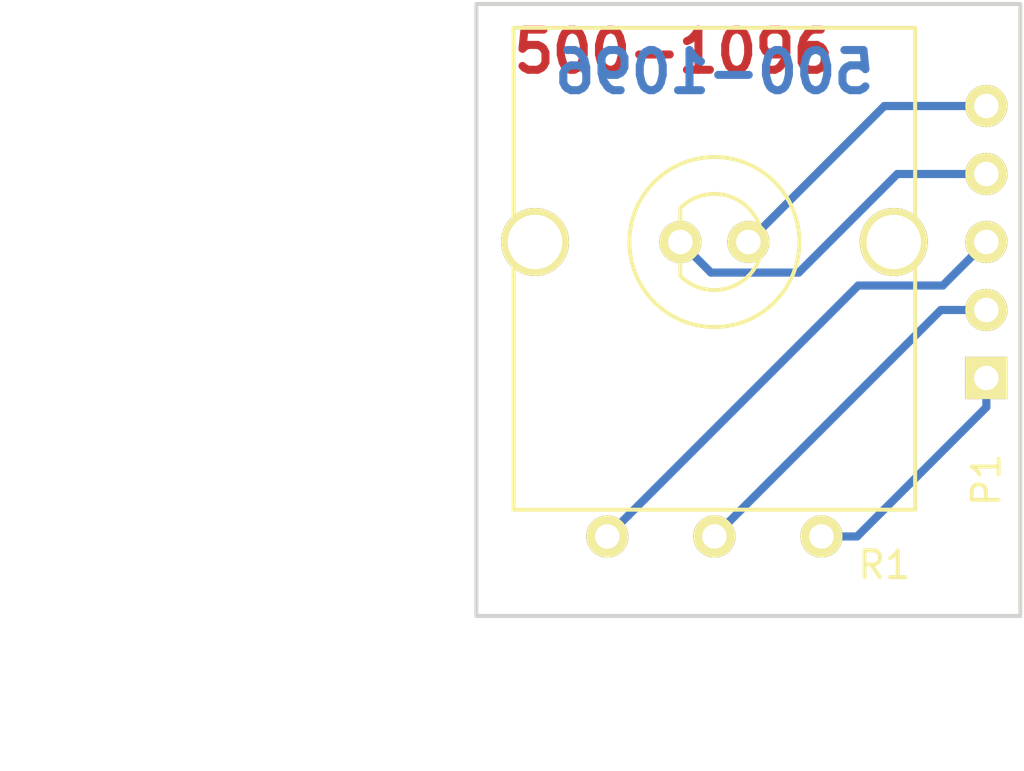
<source format=kicad_pcb>
(kicad_pcb (version 4) (host pcbnew "(2016-02-24 BZR 6585, Git 0829446)-product")

  (general
    (links 5)
    (no_connects 0)
    (area 130.124287 63.424999 167.715001 94.140001)
    (thickness 1.6)
    (drawings 8)
    (tracks 17)
    (zones 0)
    (modules 2)
    (nets 6)
  )

  (page A4)
  (layers
    (0 F.Cu signal)
    (31 B.Cu signal)
    (32 B.Adhes user)
    (33 F.Adhes user)
    (34 B.Paste user)
    (35 F.Paste user)
    (36 B.SilkS user)
    (37 F.SilkS user)
    (38 B.Mask user)
    (39 F.Mask user)
    (40 Dwgs.User user)
    (41 Cmts.User user)
    (42 Eco1.User user)
    (43 Eco2.User user)
    (44 Edge.Cuts user)
    (45 Margin user)
    (46 B.CrtYd user)
    (47 F.CrtYd user)
    (48 B.Fab user)
    (49 F.Fab user)
  )

  (setup
    (last_trace_width 0.3048)
    (trace_clearance 0.2032)
    (zone_clearance 0.508)
    (zone_45_only no)
    (trace_min 0.2)
    (segment_width 0.2)
    (edge_width 0.15)
    (via_size 0.6)
    (via_drill 0.4)
    (via_min_size 0.4)
    (via_min_drill 0.3)
    (uvia_size 0.3)
    (uvia_drill 0.1)
    (uvias_allowed no)
    (uvia_min_size 0.2)
    (uvia_min_drill 0.1)
    (pcb_text_width 0.3)
    (pcb_text_size 1.5 1.5)
    (mod_edge_width 0.15)
    (mod_text_size 1 1)
    (mod_text_width 0.15)
    (pad_size 1.524 1.524)
    (pad_drill 0.762)
    (pad_to_mask_clearance 0.2)
    (aux_axis_origin 0 0)
    (visible_elements 7FFFFFFF)
    (pcbplotparams
      (layerselection 0x010e0_ffffffff)
      (usegerberextensions false)
      (excludeedgelayer true)
      (linewidth 0.100000)
      (plotframeref false)
      (viasonmask false)
      (mode 1)
      (useauxorigin false)
      (hpglpennumber 1)
      (hpglpenspeed 20)
      (hpglpendiameter 15)
      (psnegative false)
      (psa4output false)
      (plotreference true)
      (plotvalue true)
      (plotinvisibletext false)
      (padsonsilk false)
      (subtractmaskfromsilk false)
      (outputformat 1)
      (mirror false)
      (drillshape 0)
      (scaleselection 1)
      (outputdirectory FabFiles/))
  )

  (net 0 "")
  (net 1 "Net-(P1-Pad1)")
  (net 2 "Net-(P1-Pad2)")
  (net 3 "Net-(P1-Pad3)")
  (net 4 "Net-(P1-Pad4)")
  (net 5 "Net-(P1-Pad5)")

  (net_class Default "This is the default net class."
    (clearance 0.2032)
    (trace_width 0.3048)
    (via_dia 0.6)
    (via_drill 0.4)
    (uvia_dia 0.3)
    (uvia_drill 0.1)
    (add_net "Net-(P1-Pad1)")
    (add_net "Net-(P1-Pad2)")
    (add_net "Net-(P1-Pad3)")
    (add_net "Net-(P1-Pad4)")
    (add_net "Net-(P1-Pad5)")
  )

  (module Footprints:Alpha14mmPotWithLED (layer F.Cu) (tedit 56E79767) (tstamp 56E7972C)
    (at 156.21 72.39)
    (path /56E78EF7)
    (fp_text reference R1 (at 6.35 12.065) (layer F.SilkS)
      (effects (font (size 1 1) (thickness 0.15)))
    )
    (fp_text value POT-ALPHA9mm-LedShaft (at 0 12.9) (layer F.SilkS) hide
      (effects (font (size 1 1) (thickness 0.15)))
    )
    (fp_arc (start 0 0) (end 1.27 1.27) (angle 90) (layer F.SilkS) (width 0.15))
    (fp_arc (start 0 0) (end 1.27 -1.27) (angle 90) (layer F.SilkS) (width 0.15))
    (fp_arc (start 0 0) (end -1.27 -1.27) (angle 90) (layer F.SilkS) (width 0.15))
    (fp_line (start -1.27 -1.27) (end -1.27 1.27) (layer F.SilkS) (width 0.15))
    (fp_circle (center 0 0) (end 3.175 0) (layer F.SilkS) (width 0.15))
    (fp_line (start -7.5 10) (end 7.5 10) (layer F.SilkS) (width 0.15))
    (fp_line (start 7.5 10) (end 7.5 -8) (layer F.SilkS) (width 0.15))
    (fp_line (start 7.5 -8) (end -7.5 -8) (layer F.SilkS) (width 0.15))
    (fp_line (start -7.5 -8) (end -7.5 10) (layer F.SilkS) (width 0.15))
    (pad "" thru_hole circle (at -6.7 0) (size 2.54 2.54) (drill 2.032) (layers *.Cu *.Mask F.SilkS))
    (pad "" thru_hole circle (at 6.7 0) (size 2.54 2.54) (drill 2.032) (layers *.Cu *.Mask F.SilkS))
    (pad 4 thru_hole circle (at -1.27 0) (size 1.5748 1.5748) (drill 0.9144) (layers *.Cu *.Mask F.SilkS)
      (net 4 "Net-(P1-Pad4)"))
    (pad 5 thru_hole circle (at 1.27 0) (size 1.5748 1.5748) (drill 0.9144) (layers *.Cu *.Mask F.SilkS)
      (net 5 "Net-(P1-Pad5)"))
    (pad 2 thru_hole circle (at 0 11) (size 1.5748 1.5748) (drill 0.9144) (layers *.Cu *.Mask F.SilkS)
      (net 2 "Net-(P1-Pad2)"))
    (pad 3 thru_hole circle (at 4 11) (size 1.5748 1.5748) (drill 0.9144) (layers *.Cu *.Mask F.SilkS)
      (net 1 "Net-(P1-Pad1)"))
    (pad 1 thru_hole circle (at -4 11) (size 1.5748 1.5748) (drill 0.9144) (layers *.Cu *.Mask F.SilkS)
      (net 3 "Net-(P1-Pad3)"))
  )

  (module Footprints:conn-5pin (layer F.Cu) (tedit 56E818DB) (tstamp 56E79718)
    (at 166.37 72.39 90)
    (path /56E792C9)
    (fp_text reference P1 (at -8.89 0 90) (layer F.SilkS)
      (effects (font (size 1 1) (thickness 0.15)))
    )
    (fp_text value Alpha9mmPotRAtoVert (at 0 -2.54 90) (layer F.SilkS) hide
      (effects (font (size 1 1) (thickness 0.15)))
    )
    (pad 1 thru_hole rect (at -5.08 0 90) (size 1.5748 1.5748) (drill 0.9144) (layers *.Cu *.Mask F.SilkS)
      (net 1 "Net-(P1-Pad1)"))
    (pad 2 thru_hole circle (at -2.54 0 90) (size 1.5748 1.5748) (drill 0.9144) (layers *.Cu *.Mask F.SilkS)
      (net 2 "Net-(P1-Pad2)"))
    (pad 3 thru_hole circle (at 0 0 90) (size 1.5748 1.5748) (drill 0.9144) (layers *.Cu *.Mask F.SilkS)
      (net 3 "Net-(P1-Pad3)"))
    (pad 4 thru_hole circle (at 2.54 0 90) (size 1.5748 1.5748) (drill 0.9144) (layers *.Cu *.Mask F.SilkS)
      (net 4 "Net-(P1-Pad4)"))
    (pad 5 thru_hole circle (at 5.08 0 90) (size 1.5748 1.5748) (drill 0.9144) (layers *.Cu *.Mask F.SilkS)
      (net 5 "Net-(P1-Pad5)"))
  )

  (gr_text "500-1096\n" (at 154.686 65.278) (layer F.Cu)
    (effects (font (size 1.5 1.5) (thickness 0.3)))
  )
  (gr_text 500-1096 (at 156.21 66.04) (layer B.Cu)
    (effects (font (size 1.5 1.5) (thickness 0.3)) (justify mirror))
  )
  (dimension 22.86 (width 0.3) (layer F.Fab)
    (gr_text "0.9000 in" (at 135.81 74.93 270) (layer F.Fab)
      (effects (font (size 1.5 1.5) (thickness 0.3)))
    )
    (feature1 (pts (xy 146.05 86.36) (xy 134.46 86.36)))
    (feature2 (pts (xy 146.05 63.5) (xy 134.46 63.5)))
    (crossbar (pts (xy 137.16 63.5) (xy 137.16 86.36)))
    (arrow1a (pts (xy 137.16 86.36) (xy 136.573579 85.233496)))
    (arrow1b (pts (xy 137.16 86.36) (xy 137.746421 85.233496)))
    (arrow2a (pts (xy 137.16 63.5) (xy 136.573579 64.626504)))
    (arrow2b (pts (xy 137.16 63.5) (xy 137.746421 64.626504)))
  )
  (dimension 20.32 (width 0.3) (layer F.Fab)
    (gr_text "0.8000 in" (at 157.48 92.79) (layer F.Fab)
      (effects (font (size 1.5 1.5) (thickness 0.3)))
    )
    (feature1 (pts (xy 167.64 87.63) (xy 167.64 94.14)))
    (feature2 (pts (xy 147.32 87.63) (xy 147.32 94.14)))
    (crossbar (pts (xy 147.32 91.44) (xy 167.64 91.44)))
    (arrow1a (pts (xy 167.64 91.44) (xy 166.513496 92.026421)))
    (arrow1b (pts (xy 167.64 91.44) (xy 166.513496 90.853579)))
    (arrow2a (pts (xy 147.32 91.44) (xy 148.446504 92.026421)))
    (arrow2b (pts (xy 147.32 91.44) (xy 148.446504 90.853579)))
  )
  (gr_line (start 147.32 63.5) (end 147.32 86.36) (layer Edge.Cuts) (width 0.15))
  (gr_line (start 167.64 63.5) (end 147.32 63.5) (layer Edge.Cuts) (width 0.15))
  (gr_line (start 167.64 86.36) (end 167.64 63.5) (layer Edge.Cuts) (width 0.15))
  (gr_line (start 147.32 86.36) (end 167.64 86.36) (layer Edge.Cuts) (width 0.15))

  (segment (start 166.37 77.47) (end 166.37 78.5622) (width 0.3048) (layer B.Cu) (net 1))
  (segment (start 166.37 78.5622) (end 161.5422 83.39) (width 0.3048) (layer B.Cu) (net 1))
  (segment (start 161.323551 83.39) (end 160.21 83.39) (width 0.3048) (layer B.Cu) (net 1))
  (segment (start 161.5422 83.39) (end 161.323551 83.39) (width 0.3048) (layer B.Cu) (net 1))
  (segment (start 166.37 74.93) (end 164.67 74.93) (width 0.3048) (layer B.Cu) (net 2))
  (segment (start 164.67 74.93) (end 156.21 83.39) (width 0.3048) (layer B.Cu) (net 2))
  (segment (start 166.37 72.39) (end 164.744399 74.015601) (width 0.3048) (layer B.Cu) (net 3))
  (segment (start 164.744399 74.015601) (end 161.584399 74.015601) (width 0.3048) (layer B.Cu) (net 3))
  (segment (start 161.584399 74.015601) (end 152.997399 82.602601) (width 0.3048) (layer B.Cu) (net 3))
  (segment (start 152.997399 82.602601) (end 152.21 83.39) (width 0.3048) (layer B.Cu) (net 3))
  (segment (start 154.94 72.39) (end 156.083001 73.533001) (width 0.3048) (layer B.Cu) (net 4))
  (segment (start 159.361109 73.533001) (end 163.04411 69.85) (width 0.3048) (layer B.Cu) (net 4))
  (segment (start 156.083001 73.533001) (end 159.361109 73.533001) (width 0.3048) (layer B.Cu) (net 4))
  (segment (start 165.256449 69.85) (end 166.37 69.85) (width 0.3048) (layer B.Cu) (net 4))
  (segment (start 163.04411 69.85) (end 165.256449 69.85) (width 0.3048) (layer B.Cu) (net 4))
  (segment (start 157.48 72.39) (end 162.56 67.31) (width 0.3048) (layer B.Cu) (net 5))
  (segment (start 162.56 67.31) (end 166.37 67.31) (width 0.3048) (layer B.Cu) (net 5))

)

</source>
